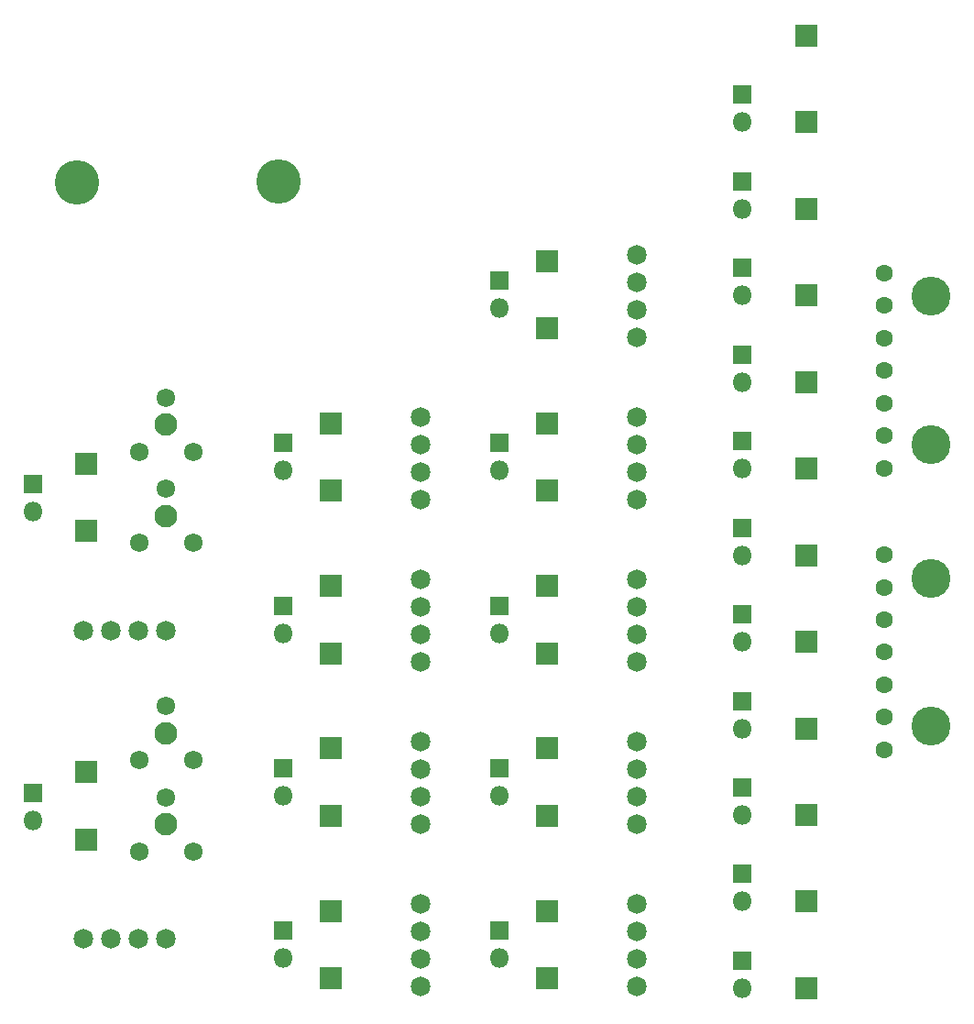
<source format=gbr>
%TF.GenerationSoftware,KiCad,Pcbnew,(5.1.5)-3*%
%TF.CreationDate,2021-01-11T01:20:26-06:00*%
%TF.ProjectId,BPS-Test,4250532d-5465-4737-942e-6b696361645f,rev?*%
%TF.SameCoordinates,Original*%
%TF.FileFunction,Soldermask,Top*%
%TF.FilePolarity,Negative*%
%FSLAX46Y46*%
G04 Gerber Fmt 4.6, Leading zero omitted, Abs format (unit mm)*
G04 Created by KiCad (PCBNEW (5.1.5)-3) date 2021-01-11 01:20:26*
%MOMM*%
%LPD*%
G04 APERTURE LIST*
%ADD10C,2.100000*%
%ADD11C,1.720000*%
%ADD12C,1.825000*%
%ADD13C,3.600000*%
%ADD14C,1.600000*%
%ADD15R,2.100000X2.100000*%
%ADD16C,4.100000*%
%ADD17O,1.800000X1.800000*%
%ADD18R,1.800000X1.800000*%
G04 APERTURE END LIST*
D10*
%TO.C,RV4*%
X119900000Y-119900000D03*
D11*
X122400000Y-122400000D03*
X119900000Y-117400000D03*
X117400000Y-122400000D03*
%TD*%
D10*
%TO.C,RV3*%
X119900000Y-111500000D03*
D11*
X122400000Y-114000000D03*
X119900000Y-109000000D03*
X117400000Y-114000000D03*
%TD*%
D10*
%TO.C,RV2*%
X119900000Y-91400000D03*
D11*
X122400000Y-93900000D03*
X119900000Y-88900000D03*
X117400000Y-93900000D03*
%TD*%
D10*
%TO.C,RV1*%
X119900000Y-83000000D03*
D11*
X122400000Y-85500000D03*
X119900000Y-80500000D03*
X117400000Y-85500000D03*
%TD*%
D12*
%TO.C,PS10*%
X119920000Y-130500000D03*
X117380000Y-130500000D03*
X114840000Y-130500000D03*
X112300000Y-130500000D03*
%TD*%
%TO.C,PS11*%
X119920000Y-102000000D03*
X117380000Y-102000000D03*
X114840000Y-102000000D03*
X112300000Y-102000000D03*
%TD*%
%TO.C,PS9*%
X143400000Y-82280000D03*
X143400000Y-84820000D03*
X143400000Y-87360000D03*
X143400000Y-89900000D03*
%TD*%
%TO.C,PS8*%
X143400000Y-97280000D03*
X143400000Y-99820000D03*
X143400000Y-102360000D03*
X143400000Y-104900000D03*
%TD*%
%TO.C,PS7*%
X143400000Y-112280000D03*
X143400000Y-114820000D03*
X143400000Y-117360000D03*
X143400000Y-119900000D03*
%TD*%
%TO.C,PS6*%
X143400000Y-127280000D03*
X143400000Y-129820000D03*
X143400000Y-132360000D03*
X143400000Y-134900000D03*
%TD*%
%TO.C,PS5*%
X163400000Y-67280000D03*
X163400000Y-69820000D03*
X163400000Y-72360000D03*
X163400000Y-74900000D03*
%TD*%
%TO.C,PS4*%
X163400000Y-82280000D03*
X163400000Y-84820000D03*
X163400000Y-87360000D03*
X163400000Y-89900000D03*
%TD*%
%TO.C,PS3*%
X163400000Y-97280000D03*
X163400000Y-99820000D03*
X163400000Y-102360000D03*
X163400000Y-104900000D03*
%TD*%
%TO.C,PS2*%
X163400000Y-112280000D03*
X163400000Y-114820000D03*
X163400000Y-117360000D03*
X163400000Y-119900000D03*
%TD*%
%TO.C,PS1*%
X163400000Y-127280000D03*
X163400000Y-129820000D03*
X163400000Y-132360000D03*
X163400000Y-134900000D03*
%TD*%
D13*
%TO.C,J24*%
X190618000Y-71159000D03*
X190618000Y-84841000D03*
D14*
X186300000Y-87000000D03*
X186300000Y-84000000D03*
X186300000Y-81000000D03*
X186300000Y-78000000D03*
X186300000Y-75000000D03*
X186300000Y-72000000D03*
X186300000Y-69000000D03*
%TD*%
D13*
%TO.C,J23*%
X190618000Y-97159000D03*
X190618000Y-110841000D03*
D14*
X186300000Y-113000000D03*
X186300000Y-110000000D03*
X186300000Y-107000000D03*
X186300000Y-104000000D03*
X186300000Y-101000000D03*
X186300000Y-98000000D03*
X186300000Y-95000000D03*
%TD*%
D15*
%TO.C,TP21*%
X155100000Y-134100000D03*
%TD*%
%TO.C,TP38*%
X155100000Y-112900000D03*
%TD*%
%TO.C,TP37*%
X155100000Y-119100000D03*
%TD*%
%TO.C,TP36*%
X155100000Y-97900000D03*
%TD*%
%TO.C,TP35*%
X155100000Y-104100000D03*
%TD*%
%TO.C,TP34*%
X155100000Y-82900000D03*
%TD*%
%TO.C,TP33*%
X155100000Y-89100000D03*
%TD*%
%TO.C,TP32*%
X155100000Y-67900000D03*
%TD*%
%TO.C,TP31*%
X155100000Y-74100000D03*
%TD*%
%TO.C,TP30*%
X135100000Y-127900000D03*
%TD*%
%TO.C,TP29*%
X135100000Y-134100000D03*
%TD*%
%TO.C,TP28*%
X135100000Y-112900000D03*
%TD*%
%TO.C,TP27*%
X135100000Y-119100000D03*
%TD*%
%TO.C,TP26*%
X135100000Y-97900000D03*
%TD*%
%TO.C,TP25*%
X135100000Y-104100000D03*
%TD*%
%TO.C,TP24*%
X135100000Y-82900000D03*
%TD*%
%TO.C,TP23*%
X135100000Y-89100000D03*
%TD*%
%TO.C,TP22*%
X155100000Y-127900000D03*
%TD*%
%TO.C,TP20*%
X112500000Y-115100000D03*
%TD*%
%TO.C,TP19*%
X112500000Y-121300000D03*
%TD*%
%TO.C,TP18*%
X112500000Y-86600000D03*
%TD*%
%TO.C,TP17*%
X112500000Y-92800000D03*
%TD*%
%TO.C,TP12*%
X179100000Y-47040000D03*
%TD*%
%TO.C,TP11*%
X179100000Y-55040000D03*
%TD*%
%TO.C,TP10*%
X179100000Y-63040000D03*
%TD*%
%TO.C,TP9*%
X179100000Y-71040000D03*
%TD*%
%TO.C,TP8*%
X179100000Y-79040000D03*
%TD*%
%TO.C,TP7*%
X179100000Y-87040000D03*
%TD*%
%TO.C,TP6*%
X179100000Y-95040000D03*
%TD*%
%TO.C,TP5*%
X179100000Y-103040000D03*
%TD*%
%TO.C,TP4*%
X179100000Y-111040000D03*
%TD*%
%TO.C,TP3*%
X179100000Y-119040000D03*
%TD*%
%TO.C,TP2*%
X179100000Y-127040000D03*
%TD*%
%TO.C,TP1*%
X179100000Y-135040000D03*
%TD*%
D16*
%TO.C,J26*%
X130300000Y-60500000D03*
%TD*%
%TO.C,J25*%
X111700000Y-60600000D03*
%TD*%
D17*
%TO.C,J22*%
X150740000Y-132240000D03*
D18*
X150740000Y-129700000D03*
%TD*%
D17*
%TO.C,J21*%
X150740000Y-117240000D03*
D18*
X150740000Y-114700000D03*
%TD*%
D17*
%TO.C,J20*%
X150740000Y-102240000D03*
D18*
X150740000Y-99700000D03*
%TD*%
D17*
%TO.C,J19*%
X150740000Y-87240000D03*
D18*
X150740000Y-84700000D03*
%TD*%
D17*
%TO.C,J18*%
X150740000Y-72240000D03*
D18*
X150740000Y-69700000D03*
%TD*%
D17*
%TO.C,J17*%
X130740000Y-132240000D03*
D18*
X130740000Y-129700000D03*
%TD*%
D17*
%TO.C,J16*%
X130740000Y-117240000D03*
D18*
X130740000Y-114700000D03*
%TD*%
D17*
%TO.C,J15*%
X130740000Y-102240000D03*
D18*
X130740000Y-99700000D03*
%TD*%
D17*
%TO.C,J14*%
X130740000Y-87240000D03*
D18*
X130740000Y-84700000D03*
%TD*%
D17*
%TO.C,J13*%
X107600000Y-119540000D03*
D18*
X107600000Y-117000000D03*
%TD*%
D17*
%TO.C,J12*%
X107600000Y-91040000D03*
D18*
X107600000Y-88500000D03*
%TD*%
D17*
%TO.C,J11*%
X173100000Y-55040000D03*
D18*
X173100000Y-52500000D03*
%TD*%
D17*
%TO.C,J10*%
X173100000Y-63040000D03*
D18*
X173100000Y-60500000D03*
%TD*%
D17*
%TO.C,J9*%
X173100000Y-71040000D03*
D18*
X173100000Y-68500000D03*
%TD*%
D17*
%TO.C,J8*%
X173100000Y-79040000D03*
D18*
X173100000Y-76500000D03*
%TD*%
D17*
%TO.C,J7*%
X173100000Y-87040000D03*
D18*
X173100000Y-84500000D03*
%TD*%
D17*
%TO.C,J6*%
X173100000Y-95040000D03*
D18*
X173100000Y-92500000D03*
%TD*%
D17*
%TO.C,J5*%
X173100000Y-103040000D03*
D18*
X173100000Y-100500000D03*
%TD*%
D17*
%TO.C,J4*%
X173100000Y-111040000D03*
D18*
X173100000Y-108500000D03*
%TD*%
D17*
%TO.C,J3*%
X173100000Y-119040000D03*
D18*
X173100000Y-116500000D03*
%TD*%
D17*
%TO.C,J2*%
X173100000Y-127040000D03*
D18*
X173100000Y-124500000D03*
%TD*%
D17*
%TO.C,J1*%
X173100000Y-135040000D03*
D18*
X173100000Y-132500000D03*
%TD*%
M02*

</source>
